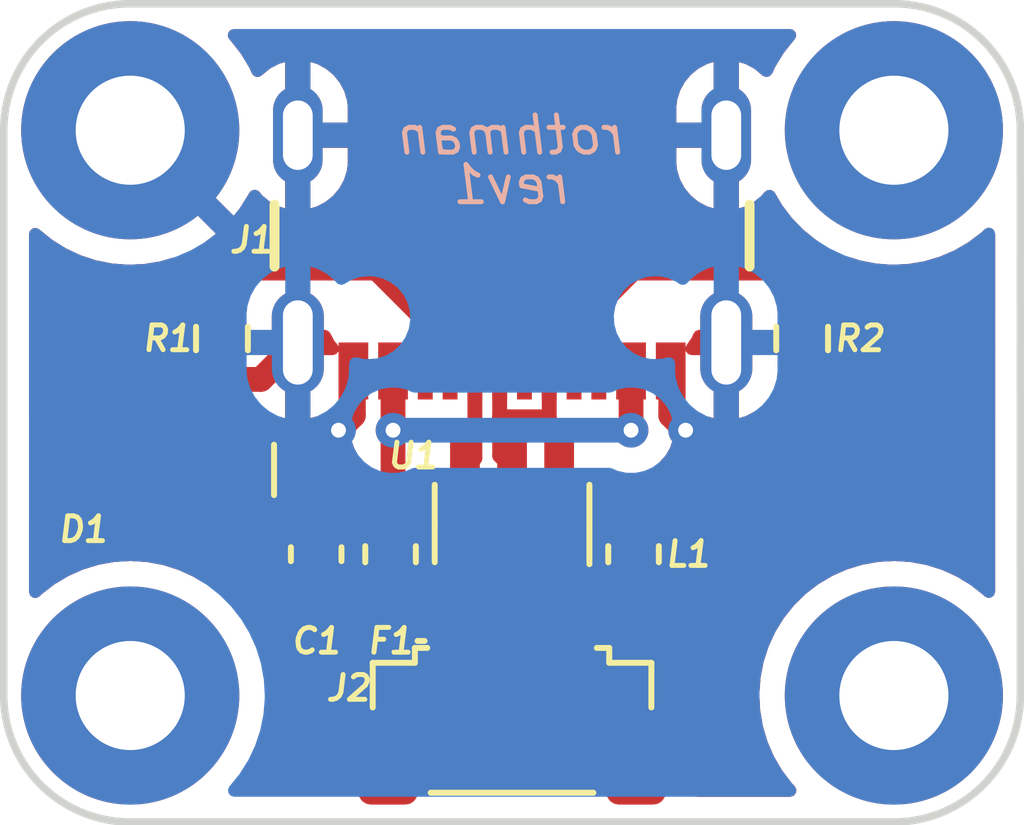
<source format=kicad_pcb>
(kicad_pcb (version 20211014) (generator pcbnew)
  (title_block (title "USB Type C Daughter Board") (date "2022-07-03") (rev "1.0") (company "rothman"))
  (layers (0 "F.Cu" power) (31 "B.Cu" power) (34 "B.Paste" user) (35 "F.Paste" user) (36 "B.SilkS" user "B.Silkscreen") (37 "F.SilkS" user "F.Silkscreen") (38 "B.Mask" user) (39 "F.Mask" user) (44 "Edge.Cuts" user))
  (net 0 "")
  (net 1 "VBUS")
  (net 2 "GNDPWR")
  (net 3 "/CON_VBUS")
  (net 7 "/USB_D-")
  (net 8 "/USB_D+")
  (net 10 "/CON_CC2")
  (net 11 "/CON_CC1")
  (net 13 "GND")
  (footprint "Connector_JST:JST_SUR_SM04B-SURS-TF_1x04-1MP_P0.80mm_Horizontal" (layer "F.Cu") (at 24.3 28.4)
    (fp_text reference "J2" (at -3.3 -0.7) (layer "F.SilkS") (effects (font (size 0.5 0.5) (thickness 0.1) italic)))
    (fp_text value "SM04B-SURS-TF" hide)
    (fp_line (start 1.96 -1.21) (end 1.96 -1.51) (layer "F.SilkS") (width 0.12))
    (fp_line (start -2.81 -0.31) (end -2.81 -1.21) (layer "F.SilkS") (width 0.12))
    (fp_line (start -1.96 -1.51) (end -1.71 -1.51) (layer "F.SilkS") (width 0.12))
    (fp_line (start 1.96 -1.51) (end 1.71 -1.51) (layer "F.SilkS") (width 0.12))
    (fp_line (start 2.81 -0.31) (end 2.81 -1.21) (layer "F.SilkS") (width 0.12))
    (fp_line (start -1.64 1.41) (end 1.64 1.41) (layer "F.SilkS") (width 0.12))
    (fp_line (start -1.765 -1.651) (end -1.905 -1.651) (layer "F.SilkS") (width 0.12))
    (fp_line (start -2.81 -1.21) (end -1.96 -1.21) (layer "F.SilkS") (width 0.12))
    (fp_line (start -1.96 -1.21) (end -1.96 -1.51) (layer "F.SilkS") (width 0.12))
    (fp_line (start 2.81 -1.21) (end 1.96 -1.21) (layer "F.SilkS") (width 0.12))
    (pad "1" smd roundrect (at -1.2 -1.15) (size 0.5 1) (layers "F.Cu" "F.Paste" "F.Mask") (net 1 "VBUS"))
    (pad "2" smd roundrect (at -0.4 -1.15) (size 0.5 1) (layers "F.Cu" "F.Paste" "F.Mask") (net 8 "/USB_D+"))
    (pad "3" smd roundrect (at 0.4 -1.15) (size 0.5 1) (layers "F.Cu" "F.Paste" "F.Mask") (net 7 "/USB_D-"))
    (pad "4" smd roundrect (at 1.2 -1.15) (size 0.5 1) (layers "F.Cu" "F.Paste" "F.Mask") (net 13 "GND"))
    (pad "MP" smd roundrect (at 2.5 0.8) (size 1.2 1.7) (layers "F.Cu" "F.Paste" "F.Mask") (roundrect_rratio 0.2083333333))
    (pad "MP" smd roundrect (at -2.5 0.8) (size 1.2 1.7) (layers "F.Cu" "F.Paste" "F.Mask") (roundrect_rratio 0.2083333333))
  )
  (footprint "Fuse:Fuse_0603_1608Metric" (layer "F.Cu") (at 21.85 25 -90)
    (fp_text reference "F1" (at 1.75 0 180) (layer "F.SilkS") (effects (font (size 0.5 0.5) (thickness 0.1) italic)))
    (fp_text value "500mA" hide)
    (fp_line (start -0.162779 0.51) (end 0.162779 0.51) (layer "F.SilkS") (width 0.12))
    (fp_line (start -0.162779 -0.51) (end 0.162779 -0.51) (layer "F.SilkS") (width 0.12))
    (pad "1" smd roundrect (at -0.7875 0 270) (size 0.875 0.95) (layers "F.Cu" "F.Paste" "F.Mask") (net 3 "/CON_VBUS"))
    (pad "2" smd roundrect (at 0.7875 0 270) (size 0.875 0.95) (layers "F.Cu" "F.Paste" "F.Mask") (net 1 "VBUS"))
  )
  (footprint "Capacitor_SMD:C_0603_1608Metric" (layer "F.Cu") (at 20.35 25 90)
    (fp_text reference "C1" (at -1.75 0 180) (layer "F.SilkS") (effects (font (size 0.5 0.5) (thickness 0.1) italic)))
    (fp_text value "100n" hide)
    (fp_line (start -0.14058 -0.51) (end 0.14058 -0.51) (layer "F.SilkS") (width 0.12))
    (fp_line (start -0.14058 0.51) (end 0.14058 0.51) (layer "F.SilkS") (width 0.12))
    (pad "1" smd roundrect (at -0.775 0 90) (size 0.9 0.95) (layers "F.Cu" "F.Paste" "F.Mask") (net 1 "VBUS"))
    (pad "2" smd roundrect (at 0.775 0 90) (size 0.9 0.95) (layers "F.Cu" "F.Paste" "F.Mask") (net 2 "GNDPWR"))
  )
  (footprint "Resistor_SMD:R_0603_1608Metric" (layer "F.Cu") (at 30.15 20.65 -90)
    (fp_text reference "R2" (at 0 -1.15 180) (layer "F.SilkS") (effects (font (size 0.5 0.5) (thickness 0.1) italic)))
    (fp_text value "5k1" hide)
    (fp_line (start -0.237258 -0.5225) (end 0.237258 -0.5225) (layer "F.SilkS") (width 0.12))
    (fp_line (start -0.237258 0.5225) (end 0.237258 0.5225) (layer "F.SilkS") (width 0.12))
    (pad "1" smd roundrect (at -0.825 0 270) (size 0.8 0.95) (layers "F.Cu" "F.Paste" "F.Mask") (net 11 "/CON_CC1"))
    (pad "2" smd roundrect (at 0.825 0 270) (size 0.8 0.95) (layers "F.Cu" "F.Paste" "F.Mask") (net 2 "GNDPWR"))
  )
  (footprint "Resistor_SMD:R_0603_1608Metric" (layer "F.Cu") (at 18.45 20.65 -90)
    (fp_text reference "R1" (at 0 1.1 -180) (layer "F.SilkS") (effects (font (size 0.5 0.5) (thickness 0.1) italic)))
    (fp_text value "5k1" hide)
    (fp_line (start -0.237258 -0.5225) (end 0.237258 -0.5225) (layer "F.SilkS") (width 0.12))
    (fp_line (start -0.237258 0.5225) (end 0.237258 0.5225) (layer "F.SilkS") (width 0.12))
    (pad "1" smd roundrect (at -0.825 0 270) (size 0.8 0.95) (layers "F.Cu" "F.Paste" "F.Mask") (net 10 "/CON_CC2"))
    (pad "2" smd roundrect (at 0.825 0 270) (size 0.8 0.95) (layers "F.Cu" "F.Paste" "F.Mask") (net 2 "GNDPWR"))
  )
  (footprint "MountingHole:MountingHole_2.2mm_M2_Pad" (layer "F.Cu") (at 16.6 27.85)
    (fp_text reference "H3" hide)
    (fp_text value "M2" hide)
    (pad "1" thru_hole circle (at 0 0) (size 4.4 4.4) (drill 2.2) (layers *.Cu *.Mask))
  )
  (footprint "MountingHole:MountingHole_2.2mm_M2_Pad" (layer "F.Cu") (at 16.6 16.45)
    (fp_text reference "H1" hide)
    (fp_text value "M2" hide)
    (pad "1" thru_hole circle (at 0 0) (size 4.4 4.4) (drill 2.2) (layers *.Cu *.Mask) (net 2 "GNDPWR"))
  )
  (footprint "MountingHole:MountingHole_2.2mm_M2_Pad" (layer "F.Cu") (at 32 27.85)
    (fp_text reference "H4" hide)
    (fp_text value "M2" hide)
    (pad "1" thru_hole circle (at 0 0) (size 4.4 4.4) (drill 2.2) (layers *.Cu *.Mask))
  )
  (footprint "MountingHole:MountingHole_2.2mm_M2_Pad" (layer "F.Cu") (at 32 16.45)
    (fp_text reference "H2" hide)
    (fp_text value "M2" hide)
    (pad "1" thru_hole circle (at 0 0) (size 4.4 4.4) (drill 2.2) (layers *.Cu *.Mask))
  )
  (footprint "Inductor_SMD:L_0603_1608Metric" (layer "F.Cu") (at 26.75 25 -90)
    (fp_text reference "L1" (at 0 -1.1 180) (layer "F.SilkS") (effects (font (size 0.5 0.5) (thickness 0.1) italic)))
    (fp_text value "60R@100MHz" hide)
    (fp_line (start -0.162779 0.51) (end 0.162779 0.51) (layer "F.SilkS") (width 0.12))
    (fp_line (start -0.162779 -0.51) (end 0.162779 -0.51) (layer "F.SilkS") (width 0.12))
    (pad "1" smd roundrect (at -0.7875 0 270) (size 0.875 0.95) (layers "F.Cu" "F.Paste" "F.Mask") (net 2 "GNDPWR"))
    (pad "2" smd roundrect (at 0.7875 0 270) (size 0.875 0.95) (layers "F.Cu" "F.Paste" "F.Mask") (net 13 "GND"))
  )
  (footprint "Connector_USB:USB_C_Receptacle_GCT_USB4105-GF-A" (layer "F.Cu") (at 24.3 16.55 180)
    (fp_text reference "J1" (at 5.25 -2.115) (layer "F.SilkS") (effects (font (size 0.5 0.5) (thickness 0.1) italic)))
    (fp_text value "USB4105-GF-A" hide)
    (fp_line (start 4.79 -2.65) (end 4.79 -1.4) (layer "F.SilkS") (width 0.2))
    (fp_line (start -4.79 -2.65) (end -4.79 -1.4) (layer "F.SilkS") (width 0.2))
    (pad "" np_thru_hole circle (at -2.89 -3.68 180) (size 0.65 0.65) (drill 0.65) (layers *.Cu *.Mask))
    (pad "" np_thru_hole circle (at 2.89 -3.68 180) (size 0.65 0.65) (drill 0.65) (layers *.Cu *.Mask))
    (pad "A1_B12" smd rect (at -3.2 -4.755 180) (size 0.6 1.15) (layers "F.Cu" "F.Paste" "F.Mask") (net 2 "GNDPWR"))
    (pad "A4_B9" smd rect (at -2.4 -4.755 180) (size 0.6 1.15) (layers "F.Cu" "F.Paste" "F.Mask") (net 3 "/CON_VBUS"))
    (pad "A5" smd rect (at -1.25 -4.755 180) (size 0.3 1.15) (layers "F.Cu" "F.Paste" "F.Mask") (net 11 "/CON_CC1"))
    (pad "A6" smd rect (at -0.25 -4.755 180) (size 0.3 1.15) (layers "F.Cu" "F.Paste" "F.Mask") (net 8 "/USB_D+"))
    (pad "A7" smd rect (at 0.25 -4.755 180) (size 0.3 1.15) (layers "F.Cu" "F.Paste" "F.Mask") (net 7 "/USB_D-"))
    (pad "A8" smd rect (at 1.25 -4.755 180) (size 0.3 1.15) (layers "F.Cu" "F.Paste" "F.Mask"))
    (pad "B1_A12" smd rect (at 3.2 -4.755 180) (size 0.6 1.15) (layers "F.Cu" "F.Paste" "F.Mask") (net 2 "GNDPWR"))
    (pad "B4_A9" smd rect (at 2.4 -4.755 180) (size 0.6 1.15) (layers "F.Cu" "F.Paste" "F.Mask") (net 3 "/CON_VBUS"))
    (pad "B5" smd rect (at 1.75 -4.755 180) (size 0.3 1.15) (layers "F.Cu" "F.Paste" "F.Mask") (net 10 "/CON_CC2"))
    (pad "B6" smd rect (at 0.75 -4.755 180) (size 0.3 1.15) (layers "F.Cu" "F.Paste" "F.Mask") (net 8 "/USB_D+"))
    (pad "B7" smd rect (at -0.75 -4.755 180) (size 0.3 1.15) (layers "F.Cu" "F.Paste" "F.Mask") (net 7 "/USB_D-"))
    (pad "B8" smd rect (at -1.75 -4.755 180) (size 0.3 1.15) (layers "F.Cu" "F.Paste" "F.Mask"))
    (pad "S1" thru_hole oval (at -4.32 -4.18 180) (size 1.05 2.1) (drill oval 0.6 1.7) (layers *.Cu *.Mask) (net 2 "GNDPWR"))
    (pad "S2" thru_hole oval (at -4.32 0 180) (size 1 2) (drill oval 0.6 1.4) (layers *.Cu *.Mask) (net 2 "GNDPWR"))
    (pad "S3" thru_hole oval (at 4.32 0 180) (size 1 2) (drill oval 0.6 1.4) (layers *.Cu *.Mask) (net 2 "GNDPWR"))
    (pad "S4" thru_hole oval (at 4.32 -4.18 180) (size 1.05 2.1) (drill oval 0.6 1.7) (layers *.Cu *.Mask) (net 2 "GNDPWR"))
  )
  (footprint "Diode_SMD:D_SOD-123" (layer "F.Cu") (at 17.25 23.3 180)
    (fp_text reference "D1" (at 1.6 -1.2 180) (layer "F.SilkS") (effects (font (size 0.5 0.5) (thickness 0.1) italic)))
    (fp_text value "D_TVS" hide)
    (fp_line (start -2.25 -0.508) (end -2.25 0.508) (layer "F.SilkS") (width 0.12))
    (pad "1" smd rect (at -1.65 0 180) (size 0.9 1.2) (layers "F.Cu" "F.Paste" "F.Mask") (net 1 "VBUS"))
    (pad "2" smd rect (at 1.65 0 180) (size 0.9 1.2) (layers "F.Cu" "F.Paste" "F.Mask") (net 2 "GNDPWR"))
  )
  (footprint "Package_TO_SOT_SMD:SOT-23-6" (layer "F.Cu") (at 24.3 24.4 90)
    (fp_text reference "U1" (at 1.385 -2 180) (layer "F.SilkS") (effects (font (size 0.5 0.5) (thickness 0.1) italic)))
    (fp_text value "TPD4E001" hide)
    (fp_line (start 0 1.56) (end -0.8 1.56) (layer "F.SilkS") (width 0.12))
    (fp_line (start 0 1.56) (end 0.8 1.56) (layer "F.SilkS") (width 0.12))
    (fp_line (start 0 -1.56) (end 0.8 -1.56) (layer "F.SilkS") (width 0.12))
    (fp_line (start 0 -1.56) (end -0.762 -1.56) (layer "F.SilkS") (width 0.12))
    (pad "1" smd roundrect (at -1.1375 -0.95 90) (size 1.325 0.6) (layers "F.Cu" "F.Paste" "F.Mask") (net 1 "VBUS"))
    (pad "2" smd roundrect (at -1.1375 0 90) (size 1.325 0.6) (layers "F.Cu" "F.Paste" "F.Mask") (net 8 "/USB_D+"))
    (pad "3" smd roundrect (at -1.1375 0.95 90) (size 1.325 0.6) (layers "F.Cu" "F.Paste" "F.Mask") (net 7 "/USB_D-"))
    (pad "4" smd roundrect (at 1.1375 0.95 90) (size 1.325 0.6) (layers "F.Cu" "F.Paste" "F.Mask") (net 2 "GNDPWR"))
    (pad "5" smd roundrect (at 1.1375 0 90) (size 1.325 0.6) (layers "F.Cu" "F.Paste" "F.Mask") (net 7 "/USB_D-"))
    (pad "6" smd roundrect (at 1.1375 -0.95 90) (size 1.325 0.6) (layers "F.Cu" "F.Paste" "F.Mask") (net 8 "/USB_D+"))
  )
  (gr_line (start 32.05 13.9) (end 16.6 13.9) (layer "Edge.Cuts") (width 0.1524))
  (gr_line (start 34.55 27.85) (end 34.55049 16.45) (layer "Edge.Cuts") (width 0.1524))
  (gr_arc (start 34.55 27.85) (mid 33.803122 29.653122) (end 32 30.4) (layer "Edge.Cuts") (width 0.1524))
  (gr_arc (start 32.05 13.9) (mid 33.821061 14.664296) (end 34.55049 16.45) (layer "Edge.Cuts") (width 0.1524))
  (gr_line (start 14.05 16.45) (end 14.05 27.85) (layer "Edge.Cuts") (width 0.1524))
  (gr_arc (start 16.6 30.4) (mid 14.796878 29.653122) (end 14.05 27.85) (layer "Edge.Cuts") (width 0.1524))
  (gr_arc (start 14.05 16.45) (mid 14.796878 14.646878) (end 16.6 13.9) (layer "Edge.Cuts") (width 0.1524))
  (gr_line (start 16.6 30.4) (end 32 30.4) (layer "Edge.Cuts") (width 0.1524))
  (gr_text "rothman" (at 24.3 16.55) (layer "B.SilkS") (effects (font (size 0.75 0.75) (thickness 0.1) italic) (justify mirror)))
  (gr_text "rev1" (at 24.3 17.55) (layer "B.SilkS") (effects (font (size 0.75 0.75) (thickness 0.1) italic) (justify mirror)))
  (segment (start 23.1 27.25) (end 23.1 25.7875) (width 0.5) (layer "F.Cu") (net 1))
  (segment (start 20.35 25.775) (end 19.525 25.775) (width 0.5) (layer "F.Cu") (net 1))
  (segment (start 20.35 25.775) (end 23.1125 25.775) (width 0.5) (layer "F.Cu") (net 1))
  (segment (start 23.1 25.7875) (end 23.35 25.5375) (width 0.5) (layer "F.Cu") (net 1))
  (segment (start 23.1125 25.775) (end 23.35 25.5375) (width 0.5) (layer "F.Cu") (net 1))
  (segment (start 18.9 25.15) (end 18.9 23.3) (width 0.5) (layer "F.Cu") (net 1))
  (segment (start 19.525 25.775) (end 18.9 25.15) (width 0.5) (layer "F.Cu") (net 1))
  (segment (start 19.235 21.475) (end 19.98 20.73) (width 0.5) (layer "F.Cu") (net 2))
  (segment (start 18.45 21.475) (end 19.235 21.475) (width 0.5) (layer "F.Cu") (net 2))
  (segment (start 20.35 22.95) (end 20.35 24.225) (width 0.5) (layer "F.Cu") (net 2))
  (segment (start 27.5 21.305) (end 27.5 22.2) (width 0.5) (layer "F.Cu") (net 2))
  (segment (start 26.7125 24.25) (end 26.75 24.2125) (width 0.5) (layer "F.Cu") (net 2))
  (segment (start 20.8 22.5) (end 20.35 22.95) (width 0.5) (layer "F.Cu") (net 2))
  (segment (start 25.7 24.25) (end 26.7125 24.25) (width 0.5) (layer "F.Cu") (net 2))
  (segment (start 25.25 23.8) (end 25.7 24.25) (width 0.5) (layer "F.Cu") (net 2))
  (segment (start 21.1 21.305) (end 21.1 22.2) (width 0.5) (layer "F.Cu") (net 2))
  (segment (start 27.5 22.2) (end 27.8 22.5) (width 0.5) (layer "F.Cu") (net 2))
  (segment (start 21.1 22.2) (end 20.8 22.5) (width 0.5) (layer "F.Cu") (net 2))
  (segment (start 25.25 23.2625) (end 25.25 23.8) (width 0.5) (layer "F.Cu") (net 2))
  (via (at 20.8 22.5) (size 0.7) (drill 0.3) (layers "F.Cu" "B.Cu") (net 2))
  (via (at 27.8 22.5) (size 0.7) (drill 0.3) (layers "F.Cu" "B.Cu") (net 2))
  (segment (start 26.7 21.305) (end 26.7 22.5) (width 0.5) (layer "F.Cu") (net 3))
  (segment (start 21.9 21.305) (end 21.9 22.5) (width 0.5) (layer "F.Cu") (net 3))
  (segment (start 21.9 24.1625) (end 21.85 24.2125) (width 0.5) (layer "F.Cu") (net 3))
  (segment (start 21.9 22.5) (end 21.9 24.1625) (width 0.5) (layer "F.Cu") (net 3))
  (via (at 21.9 22.5) (size 0.7) (drill 0.3) (layers "F.Cu" "B.Cu") (net 3))
  (via (at 26.7 22.5) (size 0.7) (drill 0.3) (layers "F.Cu" "B.Cu") (net 3))
  (segment (start 26.7 22.5) (end 21.9 22.5) (width 0.5) (layer "B.Cu") (net 3))
  (segment (start 24.3 24.168573) (end 25.25 25.118573) (width 0.3) (layer "F.Cu") (net 7))
  (segment (start 25.25 25.118573) (end 25.25 25.5375) (width 0.3) (layer "F.Cu") (net 7))
  (segment (start 24.05 21.305) (end 24.05 22.229022) (width 0.3) (layer "F.Cu") (net 7))
  (segment (start 24.05 22.229022) (end 24.05 23.0125) (width 0.3) (layer "F.Cu") (net 7))
  (segment (start 24.3 23.2625) (end 24.3 24.168573) (width 0.3) (layer "F.Cu") (net 7))
  (segment (start 24.050489 22.229511) (end 25.049511 22.229511) (width 0.3) (layer "F.Cu") (net 7))
  (segment (start 24.05 23.0125) (end 24.3 23.2625) (width 0.3) (layer "F.Cu") (net 7))
  (segment (start 24.05 22.229022) (end 24.050489 22.229511) (width 0.3) (layer "F.Cu") (net 7))
  (segment (start 25.25 25.5375) (end 25.25 25.956427) (width 0.3) (layer "F.Cu") (net 7))
  (segment (start 25.05 22.229022) (end 25.05 21.305) (width 0.3) (layer "F.Cu") (net 7))
  (segment (start 25.049511 22.229511) (end 25.05 22.229022) (width 0.3) (layer "F.Cu") (net 7))
  (segment (start 25.25 25.956427) (end 24.7 26.506427) (width 0.3) (layer "F.Cu") (net 7))
  (segment (start 24.7 26.506427) (end 24.7 27.25) (width 0.3) (layer "F.Cu") (net 7))
  (segment (start 23.9 26.5) (end 24.3 26.1) (width 0.3) (layer "F.Cu") (net 8))
  (segment (start 24.3 26.1) (end 24.3 25.5375) (width 0.3) (layer "F.Cu") (net 8))
  (segment (start 23.35 24.168573) (end 24.3 25.118573) (width 0.3) (layer "F.Cu") (net 8))
  (segment (start 23.9 27.25) (end 23.9 26.5) (width 0.3) (layer "F.Cu") (net 8))
  (segment (start 24.55 20.380978) (end 24.55 21.305) (width 0.3) (layer "F.Cu") (net 8))
  (segment (start 23.55 23.0625) (end 23.35 23.2625) (width 0.3) (layer "F.Cu") (net 8))
  (segment (start 23.55 21.305) (end 23.55 23.0625) (width 0.3) (layer "F.Cu") (net 8))
  (segment (start 23.55 21.305) (end 23.55 20.380978) (width 0.3) (layer "F.Cu") (net 8))
  (segment (start 23.55 20.380978) (end 23.550489 20.380489) (width 0.3) (layer "F.Cu") (net 8))
  (segment (start 24.3 25.118573) (end 24.3 25.5375) (width 0.3) (layer "F.Cu") (net 8))
  (segment (start 23.550489 20.380489) (end 24.549511 20.380489) (width 0.3) (layer "F.Cu") (net 8))
  (segment (start 24.549511 20.380489) (end 24.55 20.380978) (width 0.3) (layer "F.Cu") (net 8))
  (segment (start 23.35 23.2625) (end 23.35 24.168573) (width 0.3) (layer "F.Cu") (net 8))
  (segment (start 22.55 20.345371) (end 21.535109 19.33048) (width 0.3) (layer "F.Cu") (net 10))
  (segment (start 22.55 21.305) (end 22.55 20.345371) (width 0.3) (layer "F.Cu") (net 10))
  (segment (start 21.535109 19.33048) (end 18.94452 19.33048) (width 0.3) (layer "F.Cu") (net 10))
  (segment (start 18.94452 19.33048) (end 18.45 19.825) (width 0.3) (layer "F.Cu") (net 10))
  (segment (start 26.76952 19.33048) (end 25.55 20.55) (width 0.3) (layer "F.Cu") (net 11))
  (segment (start 30.15 19.825) (end 29.65548 19.33048) (width 0.3) (layer "F.Cu") (net 11))
  (segment (start 25.55 20.55) (end 25.55 21.305) (width 0.3) (layer "F.Cu") (net 11))
  (segment (start 29.65548 19.33048) (end 26.76952 19.33048) (width 0.3) (layer "F.Cu") (net 11))
  (segment (start 25.5 27.25) (end 25.5 27.0375) (width 0.5) (layer "F.Cu") (net 13))
  (segment (start 25.5 27.0375) (end 26.75 25.7875) (width 0.5) (layer "F.Cu") (net 13))
  (zone (net 2) (net_name "GNDPWR") (layer "F.Cu") (connect_pads (clearance 0.508)) (min_thickness 0.254) (fill yes (thermal_gap 0.508) (thermal_bridge_width 0.508))
    (polygon (pts (xy 34.55 30.4) (xy 14.05 30.4) (xy 14.05 13.9) (xy 34.55 13.9)))
  )
  (zone (net 2) (net_name "GNDPWR") (layers F&B.Cu) (connect_pads (clearance 0.508)) (min_thickness 0.254) (fill yes (thermal_gap 0.508) (thermal_bridge_width 0.508))
    (polygon (pts (xy 34.55 30.4) (xy 14.05 30.4) (xy 14.05 13.9) (xy 34.55 13.9)))
  )
)
</source>
